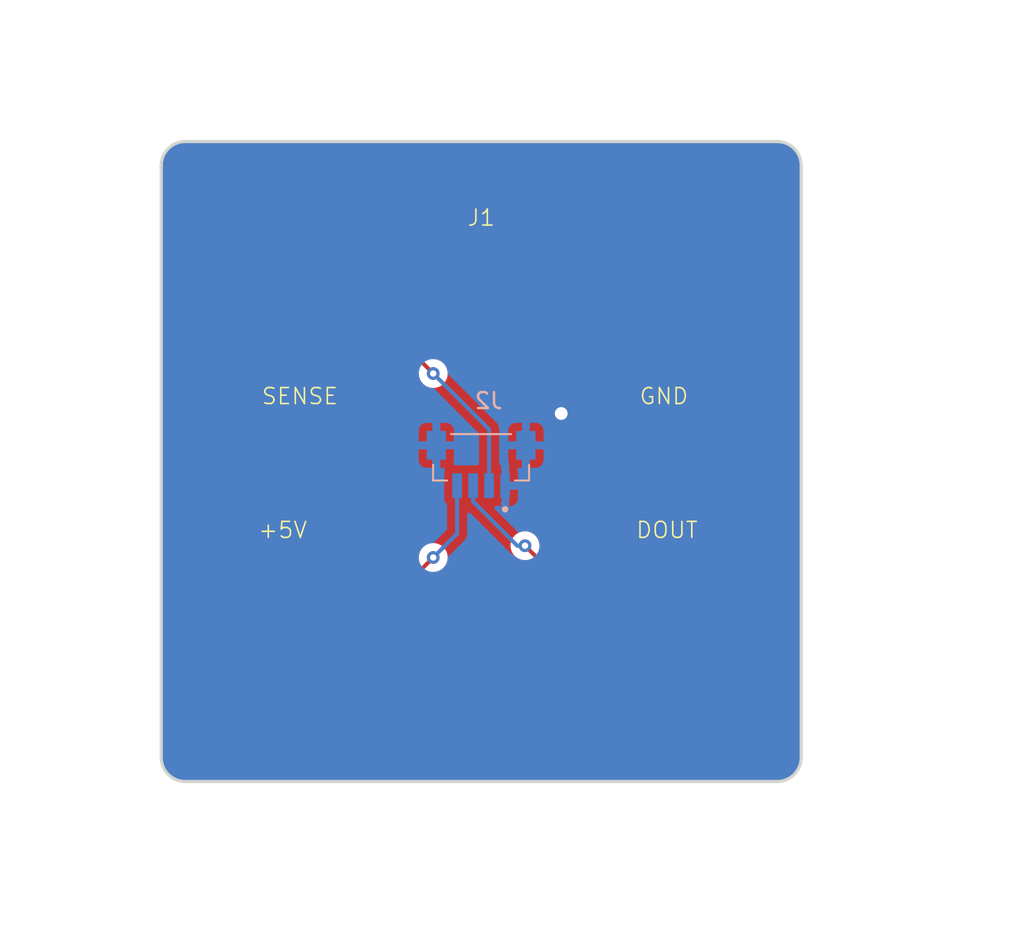
<source format=kicad_pcb>
(kicad_pcb (version 20240108) (generator "pcbnew") (generator_version "8.0")
  (layers (0 "F.Cu" signal) (31 "B.Cu" signal) (34 "B.Paste" user) (35 "F.Paste" user) (36 "B.SilkS" user "B.Silkscreen") (37 "F.SilkS" user "F.Silkscreen") (38 "B.Mask" user) (39 "F.Mask" user) (44 "Edge.Cuts" user))
  (net 0 "")
  (net 1 "GND")
  (net 2 "Net-(J1-SIG)")
  (net 3 "Net-(J1-DOUT)")
  (net 4 "+5V")
  (footprint "Quinn_lib:Top Block Connector" (layer "F.Cu") (at 139.808 101.238)
    (property "Reference" "J1" (at 0 -15.24 0) (layer "F.SilkS") (effects (font (thickness 0.1))))
    (property "Value" "~")
    (fp_text user "SENSE" (at -13.783392 -3.49636 0) (layer "F.SilkS") (effects (font (thickness 0.1)) (justify left bottom)))
    (fp_text user "+5V" (at -13.995194 4.869823 0) (layer "F.SilkS") (effects (font (thickness 0.1)) (justify left bottom)))
    (fp_text user "GND" (at 9.832544 -3.49636 0) (layer "F.SilkS") (effects (font (thickness 0.1)) (justify left bottom)))
    (fp_text user "DOUT" (at 9.620742 4.869823 0) (layer "F.SilkS") (effects (font (thickness 0.1)) (justify left bottom)))
    (pad "1" smd rect (at 7 -7) (size 4 4) (layers "F.Cu" "F.Paste" "F.Mask") (net 1 "GND"))
    (pad "2" smd rect (at -7 -7) (size 4 4) (layers "F.Cu" "F.Paste" "F.Mask") (net 2 "Net-(J1-SIG)"))
    (pad "3" smd rect (at 7 7) (size 4 4) (layers "F.Cu" "F.Paste" "F.Mask") (net 3 "Net-(J1-DOUT)"))
    (pad "4" smd rect (at -7 7) (size 4 4) (layers "F.Cu" "F.Paste" "F.Mask") (net 4 "+5V"))
  )
  (footprint "adafruit-jst-4328:ADAFRUIT_4328" (layer "B.Cu") (at 139.8 100.9755 180)
    (property "Reference" "J2" (at -0.475 3.535 180) (layer "B.SilkS") (effects (justify mirror)))
    (property "Value" "BM04B-SRSS-TB(LF)(SN) ")
    (fp_line (start 3 -0.47) (end 3 -1.45) (stroke (width 0.127)) (layer "B.SilkS"))
    (fp_line (start 2.12 -1.45) (end 3 -1.45) (stroke (width 0.127)) (layer "B.SilkS"))
    (fp_line (start 1.88 1.45) (end -1.88 1.45) (stroke (width 0.127)) (layer "B.SilkS"))
    (fp_line (start -3 -0.47) (end -3 -1.45) (stroke (width 0.127)) (layer "B.SilkS"))
    (fp_line (start -3 -1.45) (end -2.12 -1.45) (stroke (width 0.127)) (layer "B.SilkS"))
    (fp_circle (center -1.5 -3.25) (end -1.4 -3.25) (stroke (width 0.2)) (fill none) (layer "B.SilkS"))
    (pad "1" smd rect (at -1.5 -1.775 180) (size 0.6 1.55) (layers "B.Cu" "B.Paste" "B.Mask") (net 1 "GND"))
    (pad "2" smd rect (at -0.5 -1.775 180) (size 0.6 1.55) (layers "B.Cu" "B.Paste" "B.Mask") (net 2 "Net-(J1-SIG)"))
    (pad "3" smd rect (at 0.5 -1.775 180) (size 0.6 1.55) (layers "B.Cu" "B.Paste" "B.Mask") (net 3 "Net-(J1-DOUT)"))
    (pad "4" smd rect (at 1.5 -1.775 180) (size 0.6 1.55) (layers "B.Cu" "B.Paste" "B.Mask") (net 4 "+5V"))
    (pad "SH1" smd rect (at -2.8 0.75 180) (size 1.2 1.8) (layers "B.Cu" "B.Paste" "B.Mask") (net 1 "GND"))
    (pad "SH2" smd rect (at 2.8 0.75 180) (size 1.2 1.8) (layers "B.Cu" "B.Paste" "B.Mask") (net 1 "GND"))
  )
  (gr_line (start 159.808 82.738) (end 159.808 119.738) (stroke (width 0.2)) (layer "Edge.Cuts"))
  (gr_arc (start 159.808 119.738) (mid 159.36866 120.79866) (end 158.308 121.238) (stroke (width 0.2)) (layer "Edge.Cuts"))
  (gr_line (start 121.308 81.238) (end 158.308 81.238) (stroke (width 0.2)) (layer "Edge.Cuts"))
  (gr_line (start 158.308 121.238) (end 121.308 121.238) (stroke (width 0.2)) (layer "Edge.Cuts"))
  (gr_line (start 119.808 119.738) (end 119.808 82.738) (stroke (width 0.2)) (layer "Edge.Cuts"))
  (gr_arc (start 121.308 121.238) (mid 120.24734 120.79866) (end 119.808 119.738) (stroke (width 0.2)) (layer "Edge.Cuts"))
  (gr_arc (start 119.808 82.738) (mid 120.24734 81.67734) (end 121.308 81.238) (stroke (width 0.2)) (layer "Edge.Cuts"))
  (gr_arc (start 158.308 81.238) (mid 159.36866 81.67734) (end 159.808 82.738) (stroke (width 0.2)) (layer "Edge.Cuts"))
  (via (at 144.808 98.238) (size 2) (drill 0.8) (layers "F.Cu" "B.Cu") (net 1))
  (segment (start 134.808 93.738) (end 132.308 93.738) (width 0.25) (layer "F.Cu") (net 2))
  (segment (start 136.808 95.738) (end 134.808 93.738) (width 0.25) (layer "F.Cu") (net 2))
  (via (at 136.808 95.738) (size 0.8) (drill 0.4) (layers "F.Cu" "B.Cu") (net 2))
  (segment (start 140.3 99.23) (end 140.3 102.7505) (width 0.25) (layer "B.Cu") (net 2))
  (segment (start 136.808 95.738) (end 140.3 99.23) (width 0.25) (layer "B.Cu") (net 2))
  (segment (start 144.283 108.238) (end 146.808 108.238) (width 0.25) (layer "F.Cu") (net 3))
  (segment (start 142.5455 106.5005) (end 144.283 108.238) (width 0.25) (layer "F.Cu") (net 3))
  (via (at 142.5455 106.5005) (size 0.8) (drill 0.4) (layers "F.Cu" "B.Cu") (net 3))
  (segment (start 139.3 103.7425) (end 139.3 102.7505) (width 0.25) (layer "B.Cu") (net 3))
  (segment (start 142.5455 106.5005) (end 142.058 106.5005) (width 0.25) (layer "B.Cu") (net 3))
  (segment (start 142.058 106.5005) (end 139.3 103.7425) (width 0.25) (layer "B.Cu") (net 3))
  (segment (start 136.808 107.238) (end 135.808 108.238) (width 0.25) (layer "F.Cu") (net 4))
  (segment (start 135.808 108.238) (end 132.808 108.238) (width 0.25) (layer "F.Cu") (net 4))
  (via (at 136.808 107.238) (size 0.8) (drill 0.4) (layers "F.Cu" "B.Cu") (net 4))
  (segment (start 138.3 105.746) (end 138.3 102.7505) (width 0.25) (layer "B.Cu") (net 4))
  (segment (start 136.808 107.238) (end 138.3 105.746) (width 0.25) (layer "B.Cu") (net 4))
  (zone (net 1) (net_name "GND") (layers "F&B.Cu") (connect_pads (clearance 0.5)) (min_thickness 0.25) (fill yes (thermal_gap 0.5) (thermal_bridge_width 0.5))
    (polygon (pts (xy 109.728 72.39) (xy 173.736 72.39) (xy 173.736 130.556) (xy 172.72 131.572) (xy 109.728 131.572)))
  )
)
</source>
